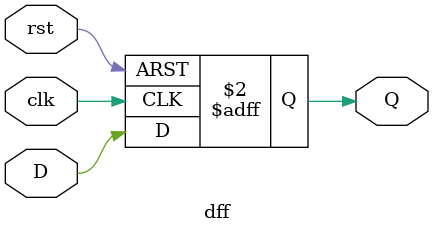
<source format=v>
module dff(
    input D,
    input clk,
    input rst,
    output reg Q
    );
 
always @ (posedge(clk), posedge(rst))
begin
    if (rst)
        Q <= 1'b0;
    else
            Q <= D;
end
endmodule
</source>
